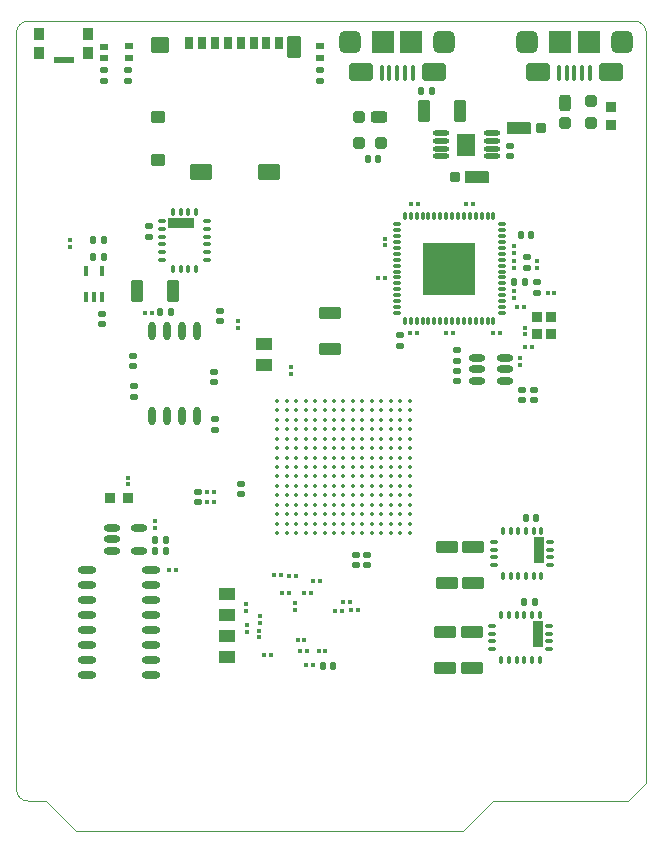
<source format=gtp>
%FSLAX44Y44*%
%MOMM*%
G71*
G01*
G75*
G04 Layer_Color=8421504*
%ADD10C,0.1500*%
G04:AMPARAMS|DCode=11|XSize=1.82mm|YSize=1.07mm|CornerRadius=0.107mm|HoleSize=0mm|Usage=FLASHONLY|Rotation=180.000|XOffset=0mm|YOffset=0mm|HoleType=Round|Shape=RoundedRectangle|*
%AMROUNDEDRECTD11*
21,1,1.8200,0.8560,0,0,180.0*
21,1,1.6060,1.0700,0,0,180.0*
1,1,0.2140,-0.8030,0.4280*
1,1,0.2140,0.8030,0.4280*
1,1,0.2140,0.8030,-0.4280*
1,1,0.2140,-0.8030,-0.4280*
%
%ADD11ROUNDEDRECTD11*%
G04:AMPARAMS|DCode=12|XSize=0.8mm|YSize=0.8mm|CornerRadius=0.08mm|HoleSize=0mm|Usage=FLASHONLY|Rotation=0.000|XOffset=0mm|YOffset=0mm|HoleType=Round|Shape=RoundedRectangle|*
%AMROUNDEDRECTD12*
21,1,0.8000,0.6400,0,0,0.0*
21,1,0.6400,0.8000,0,0,0.0*
1,1,0.1600,0.3200,-0.3200*
1,1,0.1600,-0.3200,-0.3200*
1,1,0.1600,-0.3200,0.3200*
1,1,0.1600,0.3200,0.3200*
%
%ADD12ROUNDEDRECTD12*%
G04:AMPARAMS|DCode=13|XSize=2mm|YSize=1.1mm|CornerRadius=0.11mm|HoleSize=0mm|Usage=FLASHONLY|Rotation=0.000|XOffset=0mm|YOffset=0mm|HoleType=Round|Shape=RoundedRectangle|*
%AMROUNDEDRECTD13*
21,1,2.0000,0.8800,0,0,0.0*
21,1,1.7800,1.1000,0,0,0.0*
1,1,0.2200,0.8900,-0.4400*
1,1,0.2200,-0.8900,-0.4400*
1,1,0.2200,-0.8900,0.4400*
1,1,0.2200,0.8900,0.4400*
%
%ADD13ROUNDEDRECTD13*%
G04:AMPARAMS|DCode=14|XSize=0.6mm|YSize=0.5mm|CornerRadius=0.05mm|HoleSize=0mm|Usage=FLASHONLY|Rotation=180.000|XOffset=0mm|YOffset=0mm|HoleType=Round|Shape=RoundedRectangle|*
%AMROUNDEDRECTD14*
21,1,0.6000,0.4000,0,0,180.0*
21,1,0.5000,0.5000,0,0,180.0*
1,1,0.1000,-0.2500,0.2000*
1,1,0.1000,0.2500,0.2000*
1,1,0.1000,0.2500,-0.2000*
1,1,0.1000,-0.2500,-0.2000*
%
%ADD14ROUNDEDRECTD14*%
G04:AMPARAMS|DCode=15|XSize=0.4mm|YSize=0.37mm|CornerRadius=0.037mm|HoleSize=0mm|Usage=FLASHONLY|Rotation=180.000|XOffset=0mm|YOffset=0mm|HoleType=Round|Shape=RoundedRectangle|*
%AMROUNDEDRECTD15*
21,1,0.4000,0.2960,0,0,180.0*
21,1,0.3260,0.3700,0,0,180.0*
1,1,0.0740,-0.1630,0.1480*
1,1,0.0740,0.1630,0.1480*
1,1,0.0740,0.1630,-0.1480*
1,1,0.0740,-0.1630,-0.1480*
%
%ADD15ROUNDEDRECTD15*%
G04:AMPARAMS|DCode=16|XSize=0.4mm|YSize=0.37mm|CornerRadius=0.037mm|HoleSize=0mm|Usage=FLASHONLY|Rotation=90.000|XOffset=0mm|YOffset=0mm|HoleType=Round|Shape=RoundedRectangle|*
%AMROUNDEDRECTD16*
21,1,0.4000,0.2960,0,0,90.0*
21,1,0.3260,0.3700,0,0,90.0*
1,1,0.0740,0.1480,0.1630*
1,1,0.0740,0.1480,-0.1630*
1,1,0.0740,-0.1480,-0.1630*
1,1,0.0740,-0.1480,0.1630*
%
%ADD16ROUNDEDRECTD16*%
G04:AMPARAMS|DCode=17|XSize=1.38mm|YSize=1.05mm|CornerRadius=0.105mm|HoleSize=0mm|Usage=FLASHONLY|Rotation=180.000|XOffset=0mm|YOffset=0mm|HoleType=Round|Shape=RoundedRectangle|*
%AMROUNDEDRECTD17*
21,1,1.3800,0.8400,0,0,180.0*
21,1,1.1700,1.0500,0,0,180.0*
1,1,0.2100,-0.5850,0.4200*
1,1,0.2100,0.5850,0.4200*
1,1,0.2100,0.5850,-0.4200*
1,1,0.2100,-0.5850,-0.4200*
%
%ADD17ROUNDEDRECTD17*%
%ADD18O,1.4000X0.6000*%
G04:AMPARAMS|DCode=19|XSize=1mm|YSize=1mm|CornerRadius=0.25mm|HoleSize=0mm|Usage=FLASHONLY|Rotation=180.000|XOffset=0mm|YOffset=0mm|HoleType=Round|Shape=RoundedRectangle|*
%AMROUNDEDRECTD19*
21,1,1.0000,0.5000,0,0,180.0*
21,1,0.5000,1.0000,0,0,180.0*
1,1,0.5000,-0.2500,0.2500*
1,1,0.5000,0.2500,0.2500*
1,1,0.5000,0.2500,-0.2500*
1,1,0.5000,-0.2500,-0.2500*
%
%ADD19ROUNDEDRECTD19*%
G04:AMPARAMS|DCode=20|XSize=1mm|YSize=1.4mm|CornerRadius=0.25mm|HoleSize=0mm|Usage=FLASHONLY|Rotation=180.000|XOffset=0mm|YOffset=0mm|HoleType=Round|Shape=RoundedRectangle|*
%AMROUNDEDRECTD20*
21,1,1.0000,0.9000,0,0,180.0*
21,1,0.5000,1.4000,0,0,180.0*
1,1,0.5000,-0.2500,0.4500*
1,1,0.5000,0.2500,0.4500*
1,1,0.5000,0.2500,-0.4500*
1,1,0.5000,-0.2500,-0.4500*
%
%ADD20ROUNDEDRECTD20*%
%ADD21O,0.8200X0.2700*%
%ADD22O,0.2700X0.8200*%
%ADD23R,4.4500X4.4500*%
%ADD24R,0.7400X0.5400*%
G04:AMPARAMS|DCode=25|XSize=0.93mm|YSize=0.89mm|CornerRadius=0.089mm|HoleSize=0mm|Usage=FLASHONLY|Rotation=180.000|XOffset=0mm|YOffset=0mm|HoleType=Round|Shape=RoundedRectangle|*
%AMROUNDEDRECTD25*
21,1,0.9300,0.7120,0,0,180.0*
21,1,0.7520,0.8900,0,0,180.0*
1,1,0.1780,-0.3760,0.3560*
1,1,0.1780,0.3760,0.3560*
1,1,0.1780,0.3760,-0.3560*
1,1,0.1780,-0.3760,-0.3560*
%
%ADD25ROUNDEDRECTD25*%
G04:AMPARAMS|DCode=26|XSize=1.9mm|YSize=1.35mm|CornerRadius=0.135mm|HoleSize=0mm|Usage=FLASHONLY|Rotation=180.000|XOffset=0mm|YOffset=0mm|HoleType=Round|Shape=RoundedRectangle|*
%AMROUNDEDRECTD26*
21,1,1.9000,1.0800,0,0,180.0*
21,1,1.6300,1.3500,0,0,180.0*
1,1,0.2700,-0.8150,0.5400*
1,1,0.2700,0.8150,0.5400*
1,1,0.2700,0.8150,-0.5400*
1,1,0.2700,-0.8150,-0.5400*
%
%ADD26ROUNDEDRECTD26*%
G04:AMPARAMS|DCode=27|XSize=1.2mm|YSize=1mm|CornerRadius=0.1mm|HoleSize=0mm|Usage=FLASHONLY|Rotation=180.000|XOffset=0mm|YOffset=0mm|HoleType=Round|Shape=RoundedRectangle|*
%AMROUNDEDRECTD27*
21,1,1.2000,0.8000,0,0,180.0*
21,1,1.0000,1.0000,0,0,180.0*
1,1,0.2000,-0.5000,0.4000*
1,1,0.2000,0.5000,0.4000*
1,1,0.2000,0.5000,-0.4000*
1,1,0.2000,-0.5000,-0.4000*
%
%ADD27ROUNDEDRECTD27*%
G04:AMPARAMS|DCode=28|XSize=0.75mm|YSize=1.1mm|CornerRadius=0.075mm|HoleSize=0mm|Usage=FLASHONLY|Rotation=180.000|XOffset=0mm|YOffset=0mm|HoleType=Round|Shape=RoundedRectangle|*
%AMROUNDEDRECTD28*
21,1,0.7500,0.9500,0,0,180.0*
21,1,0.6000,1.1000,0,0,180.0*
1,1,0.1500,-0.3000,0.4750*
1,1,0.1500,0.3000,0.4750*
1,1,0.1500,0.3000,-0.4750*
1,1,0.1500,-0.3000,-0.4750*
%
%ADD28ROUNDEDRECTD28*%
G04:AMPARAMS|DCode=29|XSize=1.8mm|YSize=1.17mm|CornerRadius=0.117mm|HoleSize=0mm|Usage=FLASHONLY|Rotation=90.000|XOffset=0mm|YOffset=0mm|HoleType=Round|Shape=RoundedRectangle|*
%AMROUNDEDRECTD29*
21,1,1.8000,0.9360,0,0,90.0*
21,1,1.5660,1.1700,0,0,90.0*
1,1,0.2340,0.4680,0.7830*
1,1,0.2340,0.4680,-0.7830*
1,1,0.2340,-0.4680,-0.7830*
1,1,0.2340,-0.4680,0.7830*
%
%ADD29ROUNDEDRECTD29*%
G04:AMPARAMS|DCode=30|XSize=1.55mm|YSize=1.35mm|CornerRadius=0.135mm|HoleSize=0mm|Usage=FLASHONLY|Rotation=180.000|XOffset=0mm|YOffset=0mm|HoleType=Round|Shape=RoundedRectangle|*
%AMROUNDEDRECTD30*
21,1,1.5500,1.0800,0,0,180.0*
21,1,1.2800,1.3500,0,0,180.0*
1,1,0.2700,-0.6400,0.5400*
1,1,0.2700,0.6400,0.5400*
1,1,0.2700,0.6400,-0.5400*
1,1,0.2700,-0.6400,-0.5400*
%
%ADD30ROUNDEDRECTD30*%
%ADD31C,0.3500*%
G04:AMPARAMS|DCode=32|XSize=0.6mm|YSize=0.5mm|CornerRadius=0.05mm|HoleSize=0mm|Usage=FLASHONLY|Rotation=90.000|XOffset=0mm|YOffset=0mm|HoleType=Round|Shape=RoundedRectangle|*
%AMROUNDEDRECTD32*
21,1,0.6000,0.4000,0,0,90.0*
21,1,0.5000,0.5000,0,0,90.0*
1,1,0.1000,0.2000,0.2500*
1,1,0.1000,0.2000,-0.2500*
1,1,0.1000,-0.2000,-0.2500*
1,1,0.1000,-0.2000,0.2500*
%
%ADD32ROUNDEDRECTD32*%
G04:AMPARAMS|DCode=33|XSize=0.41mm|YSize=0.37mm|CornerRadius=0.037mm|HoleSize=0mm|Usage=FLASHONLY|Rotation=180.000|XOffset=0mm|YOffset=0mm|HoleType=Round|Shape=RoundedRectangle|*
%AMROUNDEDRECTD33*
21,1,0.4100,0.2960,0,0,180.0*
21,1,0.3360,0.3700,0,0,180.0*
1,1,0.0740,-0.1680,0.1480*
1,1,0.0740,0.1680,0.1480*
1,1,0.0740,0.1680,-0.1480*
1,1,0.0740,-0.1680,-0.1480*
%
%ADD33ROUNDEDRECTD33*%
G04:AMPARAMS|DCode=34|XSize=0.3mm|YSize=0.6mm|CornerRadius=0.0495mm|HoleSize=0mm|Usage=FLASHONLY|Rotation=90.000|XOffset=0mm|YOffset=0mm|HoleType=Round|Shape=RoundedRectangle|*
%AMROUNDEDRECTD34*
21,1,0.3000,0.5010,0,0,90.0*
21,1,0.2010,0.6000,0,0,90.0*
1,1,0.0990,0.2505,0.1005*
1,1,0.0990,0.2505,-0.1005*
1,1,0.0990,-0.2505,-0.1005*
1,1,0.0990,-0.2505,0.1005*
%
%ADD34ROUNDEDRECTD34*%
G04:AMPARAMS|DCode=35|XSize=0.3mm|YSize=0.6mm|CornerRadius=0.0495mm|HoleSize=0mm|Usage=FLASHONLY|Rotation=0.000|XOffset=0mm|YOffset=0mm|HoleType=Round|Shape=RoundedRectangle|*
%AMROUNDEDRECTD35*
21,1,0.3000,0.5010,0,0,0.0*
21,1,0.2010,0.6000,0,0,0.0*
1,1,0.0990,0.1005,-0.2505*
1,1,0.0990,-0.1005,-0.2505*
1,1,0.0990,-0.1005,0.2505*
1,1,0.0990,0.1005,0.2505*
%
%ADD35ROUNDEDRECTD35*%
%ADD36R,0.9000X2.2500*%
%ADD37R,2.2500X0.9000*%
%ADD38R,1.5500X1.8500*%
%ADD39O,1.4500X0.4500*%
G04:AMPARAMS|DCode=40|XSize=1mm|YSize=1.4mm|CornerRadius=0.25mm|HoleSize=0mm|Usage=FLASHONLY|Rotation=90.000|XOffset=0mm|YOffset=0mm|HoleType=Round|Shape=RoundedRectangle|*
%AMROUNDEDRECTD40*
21,1,1.0000,0.9000,0,0,90.0*
21,1,0.5000,1.4000,0,0,90.0*
1,1,0.5000,0.4500,0.2500*
1,1,0.5000,0.4500,-0.2500*
1,1,0.5000,-0.4500,-0.2500*
1,1,0.5000,-0.4500,0.2500*
%
%ADD40ROUNDEDRECTD40*%
G04:AMPARAMS|DCode=41|XSize=1mm|YSize=1mm|CornerRadius=0.25mm|HoleSize=0mm|Usage=FLASHONLY|Rotation=90.000|XOffset=0mm|YOffset=0mm|HoleType=Round|Shape=RoundedRectangle|*
%AMROUNDEDRECTD41*
21,1,1.0000,0.5000,0,0,90.0*
21,1,0.5000,1.0000,0,0,90.0*
1,1,0.5000,0.2500,0.2500*
1,1,0.5000,0.2500,-0.2500*
1,1,0.5000,-0.2500,-0.2500*
1,1,0.5000,-0.2500,0.2500*
%
%ADD41ROUNDEDRECTD41*%
%ADD42O,0.4000X0.9500*%
%ADD43O,0.6000X1.6000*%
G04:AMPARAMS|DCode=44|XSize=1.82mm|YSize=1.07mm|CornerRadius=0.107mm|HoleSize=0mm|Usage=FLASHONLY|Rotation=270.000|XOffset=0mm|YOffset=0mm|HoleType=Round|Shape=RoundedRectangle|*
%AMROUNDEDRECTD44*
21,1,1.8200,0.8560,0,0,270.0*
21,1,1.6060,1.0700,0,0,270.0*
1,1,0.2140,-0.4280,-0.8030*
1,1,0.2140,-0.4280,0.8030*
1,1,0.2140,0.4280,0.8030*
1,1,0.2140,0.4280,-0.8030*
%
%ADD44ROUNDEDRECTD44*%
%ADD45C,1.0000*%
G04:AMPARAMS|DCode=46|XSize=2.1mm|YSize=1.6mm|CornerRadius=0.4mm|HoleSize=0mm|Usage=FLASHONLY|Rotation=180.000|XOffset=0mm|YOffset=0mm|HoleType=Round|Shape=RoundedRectangle|*
%AMROUNDEDRECTD46*
21,1,2.1000,0.8000,0,0,180.0*
21,1,1.3000,1.6000,0,0,180.0*
1,1,0.8000,-0.6500,0.4000*
1,1,0.8000,0.6500,0.4000*
1,1,0.8000,0.6500,-0.4000*
1,1,0.8000,-0.6500,-0.4000*
%
%ADD46ROUNDEDRECTD46*%
%ADD47O,0.4000X1.3500*%
G04:AMPARAMS|DCode=48|XSize=1.8mm|YSize=1.9mm|CornerRadius=0.45mm|HoleSize=0mm|Usage=FLASHONLY|Rotation=180.000|XOffset=0mm|YOffset=0mm|HoleType=Round|Shape=RoundedRectangle|*
%AMROUNDEDRECTD48*
21,1,1.8000,1.0000,0,0,180.0*
21,1,0.9000,1.9000,0,0,180.0*
1,1,0.9000,-0.4500,0.5000*
1,1,0.9000,0.4500,0.5000*
1,1,0.9000,0.4500,-0.5000*
1,1,0.9000,-0.4500,-0.5000*
%
%ADD48ROUNDEDRECTD48*%
%ADD49R,1.9000X1.9000*%
G04:AMPARAMS|DCode=50|XSize=0.9mm|YSize=0.8mm|CornerRadius=0.08mm|HoleSize=0mm|Usage=FLASHONLY|Rotation=90.000|XOffset=0mm|YOffset=0mm|HoleType=Round|Shape=RoundedRectangle|*
%AMROUNDEDRECTD50*
21,1,0.9000,0.6400,0,0,90.0*
21,1,0.7400,0.8000,0,0,90.0*
1,1,0.1600,0.3200,0.3700*
1,1,0.1600,0.3200,-0.3700*
1,1,0.1600,-0.3200,-0.3700*
1,1,0.1600,-0.3200,0.3700*
%
%ADD50ROUNDEDRECTD50*%
G04:AMPARAMS|DCode=51|XSize=0.9mm|YSize=1mm|CornerRadius=0.09mm|HoleSize=0mm|Usage=FLASHONLY|Rotation=180.000|XOffset=0mm|YOffset=0mm|HoleType=Round|Shape=RoundedRectangle|*
%AMROUNDEDRECTD51*
21,1,0.9000,0.8200,0,0,180.0*
21,1,0.7200,1.0000,0,0,180.0*
1,1,0.1800,-0.3600,0.4100*
1,1,0.1800,0.3600,0.4100*
1,1,0.1800,0.3600,-0.4100*
1,1,0.1800,-0.3600,-0.4100*
%
%ADD51ROUNDEDRECTD51*%
G04:AMPARAMS|DCode=52|XSize=1.7mm|YSize=0.55mm|CornerRadius=0.055mm|HoleSize=0mm|Usage=FLASHONLY|Rotation=180.000|XOffset=0mm|YOffset=0mm|HoleType=Round|Shape=RoundedRectangle|*
%AMROUNDEDRECTD52*
21,1,1.7000,0.4400,0,0,180.0*
21,1,1.5900,0.5500,0,0,180.0*
1,1,0.1100,-0.7950,0.2200*
1,1,0.1100,0.7950,0.2200*
1,1,0.1100,0.7950,-0.2200*
1,1,0.1100,-0.7950,-0.2200*
%
%ADD52ROUNDEDRECTD52*%
%ADD53O,1.5500X0.6000*%
G04:AMPARAMS|DCode=54|XSize=0.93mm|YSize=0.89mm|CornerRadius=0.089mm|HoleSize=0mm|Usage=FLASHONLY|Rotation=90.000|XOffset=0mm|YOffset=0mm|HoleType=Round|Shape=RoundedRectangle|*
%AMROUNDEDRECTD54*
21,1,0.9300,0.7120,0,0,90.0*
21,1,0.7520,0.8900,0,0,90.0*
1,1,0.1780,0.3560,0.3760*
1,1,0.1780,0.3560,-0.3760*
1,1,0.1780,-0.3560,-0.3760*
1,1,0.1780,-0.3560,0.3760*
%
%ADD54ROUNDEDRECTD54*%
%ADD55C,0.1000*%
%ADD56C,0.2000*%
%ADD57C,0.5000*%
%ADD58C,0.3000*%
%ADD59C,0.4000*%
%ADD60C,0.0750*%
%ADD61C,0.0800*%
%ADD62C,0.7000*%
%ADD63C,0.1200*%
%ADD64C,1.5000*%
%ADD65R,1.3500X1.3500*%
%ADD66R,1.5000X1.5000*%
%ADD67R,1.5000X1.5000*%
%ADD68C,0.4500*%
%ADD69C,0.6000*%
G04:AMPARAMS|DCode=70|XSize=1.38mm|YSize=1.05mm|CornerRadius=0.105mm|HoleSize=0mm|Usage=FLASHONLY|Rotation=270.000|XOffset=0mm|YOffset=0mm|HoleType=Round|Shape=RoundedRectangle|*
%AMROUNDEDRECTD70*
21,1,1.3800,0.8400,0,0,270.0*
21,1,1.1700,1.0500,0,0,270.0*
1,1,0.2100,-0.4200,-0.5850*
1,1,0.2100,-0.4200,0.5850*
1,1,0.2100,0.4200,0.5850*
1,1,0.2100,0.4200,-0.5850*
%
%ADD70ROUNDEDRECTD70*%
%ADD71O,0.2600X0.9000*%
%ADD72O,0.9000X0.2600*%
%ADD73R,3.4500X3.4500*%
%ADD74C,0.2500*%
%ADD75C,0.2500*%
D11*
X265600Y439050D02*
D03*
Y408550D02*
D03*
X385800Y138350D02*
D03*
Y168850D02*
D03*
X386800Y209950D02*
D03*
Y240450D02*
D03*
X363200Y138350D02*
D03*
Y168850D02*
D03*
X364400Y209950D02*
D03*
Y240450D02*
D03*
D12*
X444600Y594900D02*
D03*
X371300Y554000D02*
D03*
D13*
X425600Y594900D02*
D03*
X390300Y554000D02*
D03*
D14*
X190200Y285200D02*
D03*
Y294200D02*
D03*
X172100Y440500D02*
D03*
Y431500D02*
D03*
X98900Y393500D02*
D03*
Y402500D02*
D03*
X168500Y339900D02*
D03*
Y348900D02*
D03*
X167700Y389100D02*
D03*
Y380100D02*
D03*
X99330Y376700D02*
D03*
Y367700D02*
D03*
X373400Y389800D02*
D03*
Y380800D02*
D03*
X74500Y635500D02*
D03*
Y644500D02*
D03*
X373400Y398100D02*
D03*
Y407100D02*
D03*
X325200Y410900D02*
D03*
Y419900D02*
D03*
X432200Y477200D02*
D03*
Y486200D02*
D03*
X441100Y455800D02*
D03*
Y464800D02*
D03*
X153590Y278250D02*
D03*
Y287250D02*
D03*
X112600Y503300D02*
D03*
Y512300D02*
D03*
X417800Y571400D02*
D03*
Y580400D02*
D03*
X72300Y438000D02*
D03*
Y429000D02*
D03*
X287350Y225070D02*
D03*
Y234070D02*
D03*
X296450Y225110D02*
D03*
Y234110D02*
D03*
X94900Y644400D02*
D03*
Y635400D02*
D03*
X257100Y644400D02*
D03*
Y635400D02*
D03*
X428100Y364900D02*
D03*
Y373900D02*
D03*
X438100Y364900D02*
D03*
Y373900D02*
D03*
D15*
X187500Y426350D02*
D03*
Y432050D02*
D03*
X205810Y169860D02*
D03*
Y164160D02*
D03*
X194290Y192100D02*
D03*
Y186400D02*
D03*
X206290Y182290D02*
D03*
Y176590D02*
D03*
X195190Y168890D02*
D03*
Y174590D02*
D03*
X440700Y477150D02*
D03*
Y482850D02*
D03*
X430500Y426350D02*
D03*
Y420650D02*
D03*
X311900Y495950D02*
D03*
Y501650D02*
D03*
X420900Y495050D02*
D03*
Y489350D02*
D03*
Y476950D02*
D03*
Y482650D02*
D03*
Y451250D02*
D03*
Y456950D02*
D03*
X117100Y262450D02*
D03*
Y256750D02*
D03*
X235900Y187450D02*
D03*
Y193150D02*
D03*
X232600Y393150D02*
D03*
Y387450D02*
D03*
X426600Y394750D02*
D03*
Y400450D02*
D03*
X94200Y299250D02*
D03*
Y293550D02*
D03*
D16*
X270140Y186530D02*
D03*
X275840D02*
D03*
X240460Y152230D02*
D03*
X246160D02*
D03*
X218040Y217240D02*
D03*
X223740D02*
D03*
X243660Y201970D02*
D03*
X249360D02*
D03*
X251120Y211360D02*
D03*
X256820D02*
D03*
X167250Y278700D02*
D03*
X161550D02*
D03*
X167250Y286900D02*
D03*
X161550D02*
D03*
X369650Y421800D02*
D03*
X363950D02*
D03*
X114450Y438400D02*
D03*
X108750D02*
D03*
X339850Y530900D02*
D03*
X334150D02*
D03*
X386750Y530800D02*
D03*
X381050D02*
D03*
X449850Y455800D02*
D03*
X455550D02*
D03*
X403950Y421800D02*
D03*
X409650D02*
D03*
X333550D02*
D03*
X339250D02*
D03*
X312050Y468300D02*
D03*
X306350D02*
D03*
X238150Y161600D02*
D03*
X243850D02*
D03*
X429450Y443800D02*
D03*
X423750D02*
D03*
X430450Y409900D02*
D03*
X436150D02*
D03*
X289210Y187020D02*
D03*
X283510D02*
D03*
X282360Y194080D02*
D03*
X276660D02*
D03*
X230810Y201860D02*
D03*
X225110D02*
D03*
X215530Y149070D02*
D03*
X209830D02*
D03*
X261500Y152260D02*
D03*
X255800D02*
D03*
X236450Y215850D02*
D03*
X230750D02*
D03*
X250870Y140440D02*
D03*
X245170D02*
D03*
X129450Y220700D02*
D03*
X135150D02*
D03*
D17*
X209800Y412500D02*
D03*
Y394700D02*
D03*
X178300Y165400D02*
D03*
Y147600D02*
D03*
Y183000D02*
D03*
Y200800D02*
D03*
D18*
X390300Y400500D02*
D03*
Y391000D02*
D03*
Y381500D02*
D03*
X413300D02*
D03*
Y400500D02*
D03*
Y391000D02*
D03*
X80570Y256560D02*
D03*
Y247060D02*
D03*
Y237560D02*
D03*
X103570D02*
D03*
Y256560D02*
D03*
D19*
X486350Y618200D02*
D03*
Y599200D02*
D03*
X464350D02*
D03*
D20*
Y616200D02*
D03*
D21*
X410900Y438800D02*
D03*
Y443800D02*
D03*
Y448800D02*
D03*
Y453800D02*
D03*
Y458800D02*
D03*
Y463800D02*
D03*
Y478800D02*
D03*
Y483800D02*
D03*
Y488800D02*
D03*
Y493800D02*
D03*
Y498800D02*
D03*
Y503800D02*
D03*
Y508800D02*
D03*
Y513800D02*
D03*
X321900D02*
D03*
Y508800D02*
D03*
Y503800D02*
D03*
Y498800D02*
D03*
Y493800D02*
D03*
Y488800D02*
D03*
Y483800D02*
D03*
Y478800D02*
D03*
Y473800D02*
D03*
Y468800D02*
D03*
Y463800D02*
D03*
Y458800D02*
D03*
Y453800D02*
D03*
Y448800D02*
D03*
Y443800D02*
D03*
Y438800D02*
D03*
X410900Y468800D02*
D03*
Y473800D02*
D03*
D22*
X403900Y520800D02*
D03*
X398900D02*
D03*
X393900D02*
D03*
X388900D02*
D03*
X383900D02*
D03*
X378900D02*
D03*
X373900D02*
D03*
X368900D02*
D03*
X363900D02*
D03*
X358900D02*
D03*
X353900D02*
D03*
X348900D02*
D03*
X343900D02*
D03*
X338900D02*
D03*
X333900D02*
D03*
X328900D02*
D03*
Y431800D02*
D03*
X333900D02*
D03*
X338900D02*
D03*
X343900D02*
D03*
X348900D02*
D03*
X353900D02*
D03*
X358900D02*
D03*
X363900D02*
D03*
X368900D02*
D03*
X373900D02*
D03*
X378900D02*
D03*
X383900D02*
D03*
X388900D02*
D03*
X393900D02*
D03*
X398900D02*
D03*
X403900D02*
D03*
D23*
X366400Y476300D02*
D03*
D24*
X74500Y664300D02*
D03*
Y654300D02*
D03*
X95000Y654400D02*
D03*
Y664400D02*
D03*
X257100Y654400D02*
D03*
Y664400D02*
D03*
D25*
X503500Y597700D02*
D03*
Y613100D02*
D03*
D26*
X155920Y558250D02*
D03*
X213620D02*
D03*
D27*
X119920Y568000D02*
D03*
Y605000D02*
D03*
D28*
X222770Y667250D02*
D03*
X211770D02*
D03*
X200770D02*
D03*
X189770D02*
D03*
X178770D02*
D03*
X167770D02*
D03*
X156770D02*
D03*
X145770D02*
D03*
D29*
X234870Y663750D02*
D03*
D30*
X121670Y666000D02*
D03*
D31*
X332900Y364300D02*
D03*
Y356300D02*
D03*
Y348300D02*
D03*
Y340300D02*
D03*
Y332300D02*
D03*
Y324300D02*
D03*
Y316300D02*
D03*
Y308300D02*
D03*
Y300300D02*
D03*
Y292300D02*
D03*
Y284300D02*
D03*
Y276300D02*
D03*
Y268300D02*
D03*
Y260300D02*
D03*
Y252300D02*
D03*
X324900Y364300D02*
D03*
Y356300D02*
D03*
Y348300D02*
D03*
Y340300D02*
D03*
Y332300D02*
D03*
Y324300D02*
D03*
Y316300D02*
D03*
Y308300D02*
D03*
Y300300D02*
D03*
Y292300D02*
D03*
Y284300D02*
D03*
Y276300D02*
D03*
Y268300D02*
D03*
Y260300D02*
D03*
Y252300D02*
D03*
X316900Y364300D02*
D03*
Y356300D02*
D03*
Y348300D02*
D03*
Y340300D02*
D03*
Y332300D02*
D03*
Y324300D02*
D03*
Y316300D02*
D03*
Y308300D02*
D03*
Y300300D02*
D03*
Y292300D02*
D03*
Y284300D02*
D03*
Y276300D02*
D03*
Y268300D02*
D03*
Y260300D02*
D03*
Y252300D02*
D03*
X308900Y364300D02*
D03*
Y356300D02*
D03*
Y348300D02*
D03*
Y340300D02*
D03*
Y332300D02*
D03*
Y324300D02*
D03*
Y316300D02*
D03*
Y308300D02*
D03*
Y300300D02*
D03*
Y292300D02*
D03*
Y284300D02*
D03*
Y276300D02*
D03*
Y268300D02*
D03*
Y260300D02*
D03*
Y252300D02*
D03*
X300900Y364300D02*
D03*
Y356300D02*
D03*
Y348300D02*
D03*
Y340300D02*
D03*
Y332300D02*
D03*
Y324300D02*
D03*
Y316300D02*
D03*
Y308300D02*
D03*
Y300300D02*
D03*
Y292300D02*
D03*
Y284300D02*
D03*
Y276300D02*
D03*
Y268300D02*
D03*
Y260300D02*
D03*
Y252300D02*
D03*
X292900Y364300D02*
D03*
Y356300D02*
D03*
Y348300D02*
D03*
Y340300D02*
D03*
Y332300D02*
D03*
Y324300D02*
D03*
Y316300D02*
D03*
Y308300D02*
D03*
Y300300D02*
D03*
Y292300D02*
D03*
Y284300D02*
D03*
Y276300D02*
D03*
Y268300D02*
D03*
Y260300D02*
D03*
Y252300D02*
D03*
X284900Y364300D02*
D03*
Y356300D02*
D03*
Y348300D02*
D03*
Y340300D02*
D03*
Y332300D02*
D03*
Y324300D02*
D03*
Y316300D02*
D03*
Y308300D02*
D03*
Y300300D02*
D03*
Y292300D02*
D03*
Y284300D02*
D03*
Y276300D02*
D03*
Y268300D02*
D03*
Y260300D02*
D03*
Y252300D02*
D03*
X276900Y364300D02*
D03*
Y356300D02*
D03*
Y348300D02*
D03*
Y340300D02*
D03*
Y332300D02*
D03*
Y324300D02*
D03*
Y316300D02*
D03*
Y308300D02*
D03*
Y300300D02*
D03*
Y292300D02*
D03*
Y284300D02*
D03*
Y276300D02*
D03*
Y268300D02*
D03*
Y260300D02*
D03*
Y252300D02*
D03*
X268900Y364300D02*
D03*
Y356300D02*
D03*
Y348300D02*
D03*
Y340300D02*
D03*
Y332300D02*
D03*
Y324300D02*
D03*
Y316300D02*
D03*
Y308300D02*
D03*
Y300300D02*
D03*
Y292300D02*
D03*
Y284300D02*
D03*
Y276300D02*
D03*
Y268300D02*
D03*
Y260300D02*
D03*
Y252300D02*
D03*
X260900Y364300D02*
D03*
Y356300D02*
D03*
Y348300D02*
D03*
Y340300D02*
D03*
Y332300D02*
D03*
Y324300D02*
D03*
Y316300D02*
D03*
Y308300D02*
D03*
Y300300D02*
D03*
Y292300D02*
D03*
Y284300D02*
D03*
Y276300D02*
D03*
Y268300D02*
D03*
Y260300D02*
D03*
Y252300D02*
D03*
X252900Y364300D02*
D03*
Y356300D02*
D03*
Y348300D02*
D03*
Y340300D02*
D03*
Y332300D02*
D03*
Y324300D02*
D03*
Y316300D02*
D03*
Y308300D02*
D03*
Y300300D02*
D03*
Y292300D02*
D03*
Y284300D02*
D03*
Y276300D02*
D03*
Y268300D02*
D03*
Y260300D02*
D03*
Y252300D02*
D03*
X244900Y364300D02*
D03*
Y356300D02*
D03*
Y348300D02*
D03*
Y340300D02*
D03*
Y332300D02*
D03*
Y324300D02*
D03*
Y316300D02*
D03*
Y308300D02*
D03*
Y300300D02*
D03*
Y292300D02*
D03*
Y284300D02*
D03*
Y276300D02*
D03*
Y268300D02*
D03*
Y260300D02*
D03*
Y252300D02*
D03*
X236900Y364300D02*
D03*
Y356300D02*
D03*
Y348300D02*
D03*
Y340300D02*
D03*
Y332300D02*
D03*
Y324300D02*
D03*
Y316300D02*
D03*
Y308300D02*
D03*
Y300300D02*
D03*
Y292300D02*
D03*
Y284300D02*
D03*
Y276300D02*
D03*
Y268300D02*
D03*
Y260300D02*
D03*
Y252300D02*
D03*
X228900Y364300D02*
D03*
Y356300D02*
D03*
Y348300D02*
D03*
Y340300D02*
D03*
Y332300D02*
D03*
Y324300D02*
D03*
Y316300D02*
D03*
Y308300D02*
D03*
Y300300D02*
D03*
Y292300D02*
D03*
Y284300D02*
D03*
Y276300D02*
D03*
Y268300D02*
D03*
Y260300D02*
D03*
Y252300D02*
D03*
X220900Y364300D02*
D03*
Y356300D02*
D03*
Y348300D02*
D03*
Y340300D02*
D03*
Y332300D02*
D03*
Y324300D02*
D03*
Y316300D02*
D03*
Y308300D02*
D03*
Y300300D02*
D03*
Y292300D02*
D03*
Y284300D02*
D03*
Y276300D02*
D03*
Y268300D02*
D03*
Y260300D02*
D03*
Y252300D02*
D03*
D32*
X297300Y569000D02*
D03*
X306300D02*
D03*
X351700Y626800D02*
D03*
X342700D02*
D03*
X436100Y505000D02*
D03*
X427100D02*
D03*
X130900Y439400D02*
D03*
X121900D02*
D03*
X421500Y464800D02*
D03*
X430500D02*
D03*
X259380Y140050D02*
D03*
X268380D02*
D03*
X126590Y237540D02*
D03*
X117590D02*
D03*
X126500Y246800D02*
D03*
X117500D02*
D03*
X430100Y194100D02*
D03*
X439100D02*
D03*
X431300Y265400D02*
D03*
X440300D02*
D03*
X65200Y500200D02*
D03*
X74200D02*
D03*
X65200Y486200D02*
D03*
X74200D02*
D03*
D33*
X45300Y500100D02*
D03*
Y494300D02*
D03*
D34*
X452200Y244850D02*
D03*
Y225350D02*
D03*
Y231850D02*
D03*
Y238350D02*
D03*
X404200D02*
D03*
Y231850D02*
D03*
Y225350D02*
D03*
Y244850D02*
D03*
X161300Y516250D02*
D03*
Y509750D02*
D03*
Y503250D02*
D03*
Y496750D02*
D03*
Y490250D02*
D03*
Y483750D02*
D03*
X123300Y483750D02*
D03*
Y490250D02*
D03*
Y496750D02*
D03*
Y503250D02*
D03*
Y509750D02*
D03*
Y516250D02*
D03*
X450900Y173650D02*
D03*
Y154150D02*
D03*
Y160650D02*
D03*
Y167150D02*
D03*
X402900D02*
D03*
Y160650D02*
D03*
Y154150D02*
D03*
Y173650D02*
D03*
D35*
X444450Y216100D02*
D03*
X437950D02*
D03*
X431450D02*
D03*
X424950D02*
D03*
X418450D02*
D03*
X411950D02*
D03*
X411950Y254100D02*
D03*
X418450D02*
D03*
X424950D02*
D03*
X431450D02*
D03*
X437950D02*
D03*
X444450D02*
D03*
X132550Y524000D02*
D03*
X152050D02*
D03*
X145550D02*
D03*
X139050D02*
D03*
Y476000D02*
D03*
X145550D02*
D03*
X152050D02*
D03*
X132550D02*
D03*
X443150Y144900D02*
D03*
X436650D02*
D03*
X430150D02*
D03*
X423650D02*
D03*
X417150D02*
D03*
X410650D02*
D03*
X410650Y182900D02*
D03*
X417150D02*
D03*
X423650D02*
D03*
X430150D02*
D03*
X436650D02*
D03*
X443150D02*
D03*
D36*
X442700Y237850D02*
D03*
X441400Y166650D02*
D03*
D37*
X139550Y514500D02*
D03*
D38*
X381100Y581000D02*
D03*
D39*
X359600Y590750D02*
D03*
Y584250D02*
D03*
Y577750D02*
D03*
Y571250D02*
D03*
X402600Y590750D02*
D03*
Y584250D02*
D03*
Y577750D02*
D03*
Y571250D02*
D03*
D40*
X306800Y604350D02*
D03*
D41*
X289800D02*
D03*
Y582350D02*
D03*
X308800D02*
D03*
D42*
X59300Y452200D02*
D03*
X65800D02*
D03*
X72300D02*
D03*
Y474200D02*
D03*
X59300D02*
D03*
D43*
X114590Y351720D02*
D03*
X127290D02*
D03*
X139990D02*
D03*
X152690D02*
D03*
X114590Y423720D02*
D03*
X127290D02*
D03*
X139990D02*
D03*
X152690D02*
D03*
D44*
X102350Y457600D02*
D03*
X132850D02*
D03*
X375650Y610100D02*
D03*
X345150D02*
D03*
D46*
X441400Y642800D02*
D03*
X503400D02*
D03*
X353400D02*
D03*
X291400D02*
D03*
D47*
X459400Y641550D02*
D03*
X465900D02*
D03*
X485400D02*
D03*
X328900D02*
D03*
X335400D02*
D03*
X315900D02*
D03*
X309400D02*
D03*
X478900D02*
D03*
X472400D02*
D03*
X322400D02*
D03*
D48*
X512400Y668300D02*
D03*
X432400D02*
D03*
X282400D02*
D03*
X362400D02*
D03*
D49*
X484400D02*
D03*
X460400D02*
D03*
X310400D02*
D03*
X334400D02*
D03*
D50*
X440700Y420600D02*
D03*
Y435600D02*
D03*
X452700D02*
D03*
Y420600D02*
D03*
D51*
X60400Y674900D02*
D03*
Y658900D02*
D03*
X19400D02*
D03*
Y674900D02*
D03*
D52*
X39900Y652650D02*
D03*
D53*
X114210Y131890D02*
D03*
Y144590D02*
D03*
Y157290D02*
D03*
Y169990D02*
D03*
Y182690D02*
D03*
Y195390D02*
D03*
Y208090D02*
D03*
Y220790D02*
D03*
X60210Y131890D02*
D03*
Y144590D02*
D03*
Y157290D02*
D03*
Y169990D02*
D03*
Y182690D02*
D03*
Y195390D02*
D03*
Y208090D02*
D03*
Y220790D02*
D03*
D54*
X94300Y282000D02*
D03*
X78900D02*
D03*
D55*
X0Y35400D02*
G03*
X10000Y25400I10000J0D01*
G01*
Y685800D02*
G03*
X0Y675800I0J-10000D01*
G01*
X533400D02*
G03*
X523400Y685800I-10000J0D01*
G01*
X0Y35400D02*
Y675800D01*
X10000Y685800D02*
X523400D01*
X533400Y40600D02*
Y675800D01*
X10000Y25400D02*
X25400D01*
X403900D02*
X518200D01*
X378500Y0D02*
X403900Y25400D01*
X50800Y0D02*
X378500D01*
X25400Y25400D02*
X50800Y0D01*
X518200Y25400D02*
X533400Y40600D01*
M02*

</source>
